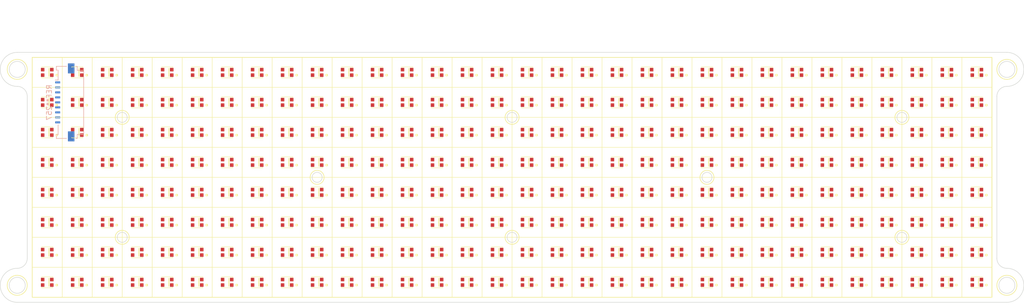
<source format=kicad_pcb>
(kicad_pcb (version 20211014) (generator pcbnew)
  (layers (0 "F.Cu" signal) (31 "B.Cu" signal) (34 "B.Paste" user) (35 "F.Paste" user) (36 "B.SilkS" user "B.Silkscreen") (37 "F.SilkS" user "F.Silkscreen") (38 "B.Mask" user) (39 "F.Mask" user) (44 "Edge.Cuts" user))
  (net 0 "")
  (footprint "clock-library:WS2812C-2020" (layer "F.Cu") (at 84 96)
    (fp_text reference "REF**197" hide)
    (fp_text value "WS2812C-2020")
  )
  (footprint "clock-library:WS2812C-2020" (layer "F.Cu") (at 216 90)
    (fp_text reference "REF**187" hide)
    (fp_text value "WS2812C-2020")
  )
  (footprint "clock-library:WS2812C-2020" (layer "F.Cu") (at 204 66)
    (fp_text reference "REF**57" hide)
    (fp_text value "WS2812C-2020")
  )
  (footprint "clock-library:WS2812C-2020" (layer "F.Cu") (at 138 84)
    (fp_text reference "REF**142" hide)
    (fp_text value "WS2812C-2020")
  )
  (footprint "clock-library:WS2812C-2020" (layer "F.Cu") (at 162 60)
    (fp_text reference "REF**18" hide)
    (fp_text value "WS2812C-2020")
  )
  (footprint "clock-library:WS2812C-2020" (layer "F.Cu") (at 72 96)
    (fp_text reference "REF**195" hide)
    (fp_text value "WS2812C-2020")
  )
  (footprint "clock-library:WS2812C-2020" (layer "F.Cu") (at 156 72)
    (fp_text reference "REF**81" hide)
    (fp_text value "WS2812C-2020")
  )
  (footprint "clock-library:WS2812C-2020" (layer "F.Cu") (at 204 78)
    (fp_text reference "REF**121" hide)
    (fp_text value "WS2812C-2020")
  )
  (footprint "clock-library:WS2812C-2020" (layer "F.Cu") (at 120 66)
    (fp_text reference "REF**43" hide)
    (fp_text value "WS2812C-2020")
  )
  (footprint "clock-library:WS2812C-2020" (layer "F.Cu") (at 198 66)
    (fp_text reference "REF**56" hide)
    (fp_text value "WS2812C-2020")
  )
  (footprint "clock-library:WS2812C-2020" (layer "F.Cu") (at 246 102)
    (fp_text reference "REF**256" hide)
    (fp_text value "WS2812C-2020")
  )
  (footprint "clock-library:WS2812C-2020" (layer "F.Cu") (at 150 78)
    (fp_text reference "REF**112" hide)
    (fp_text value "WS2812C-2020")
  )
  (footprint "clock-library:WS2812C-2020" (layer "F.Cu") (at 66 72)
    (fp_text reference "REF**66" hide)
    (fp_text value "WS2812C-2020")
  )
  (footprint "clock-library:WS2812C-2020" (layer "F.Cu") (at 174 78)
    (fp_text reference "REF**116" hide)
    (fp_text value "WS2812C-2020")
  )
  (footprint "clock-library:WS2812C-2020" (layer "F.Cu") (at 216 84)
    (fp_text reference "REF**155" hide)
    (fp_text value "WS2812C-2020")
  )
  (footprint "clock-library:WS2812C-2020" (layer "F.Cu") (at 168 96)
    (fp_text reference "REF**211" hide)
    (fp_text value "WS2812C-2020")
  )
  (footprint "clock-library:WS2812C-2020" (layer "F.Cu") (at 132 90)
    (fp_text reference "REF**173" hide)
    (fp_text value "WS2812C-2020")
  )
  (footprint "clock-library:WS2812C-2020" (layer "F.Cu") (at 108 84)
    (fp_text reference "REF**137" hide)
    (fp_text value "WS2812C-2020")
  )
  (footprint "clock-library:WS2812C-2020" (layer "F.Cu") (at 192 96)
    (fp_text reference "REF**215" hide)
    (fp_text value "WS2812C-2020")
  )
  (footprint "clock-library:WS2812C-2020" (layer "F.Cu") (at 132 96)
    (fp_text reference "REF**205" hide)
    (fp_text value "WS2812C-2020")
  )
  (footprint "clock-library:WS2812C-2020" (layer "F.Cu") (at 72 90)
    (fp_text reference "REF**163" hide)
    (fp_text value "WS2812C-2020")
  )
  (footprint "clock-library:WS2812C-2020" (layer "F.Cu") (at 114 96)
    (fp_text reference "REF**202" hide)
    (fp_text value "WS2812C-2020")
  )
  (footprint "clock-library:WS2812C-2020" (layer "F.Cu") (at 150 60)
    (fp_text reference "REF**16" hide)
    (fp_text value "WS2812C-2020")
  )
  (footprint "clock-library:WS2812C-2020" (layer "F.Cu") (at 222 72)
    (fp_text reference "REF**92" hide)
    (fp_text value "WS2812C-2020")
  )
  (footprint "clock-library:WS2812C-2020" (layer "F.Cu") (at 186 78)
    (fp_text reference "REF**118" hide)
    (fp_text value "WS2812C-2020")
  )
  (footprint "clock-library:WS2812C-2020" (layer "F.Cu") (at 108 96)
    (fp_text reference "REF**201" hide)
    (fp_text value "WS2812C-2020")
  )
  (footprint "clock-library:WS2812C-2020" (layer "F.Cu") (at 228 60)
    (fp_text reference "REF**29" hide)
    (fp_text value "WS2812C-2020")
  )
  (footprint "clock-library:WS2812C-2020" (layer "F.Cu") (at 66 60)
    (fp_text reference "REF**2" hide)
    (fp_text value "WS2812C-2020")
  )
  (footprint "clock-library:WS2812C-2020" (layer "F.Cu") (at 84 72)
    (fp_text reference "REF**69" hide)
    (fp_text value "WS2812C-2020")
  )
  (footprint "clock-library:WS2812C-2020" (layer "F.Cu") (at 228 102)
    (fp_text reference "REF**253" hide)
    (fp_text value "WS2812C-2020")
  )
  (footprint "clock-library:WS2812C-2020" (layer "F.Cu") (at 234 96)
    (fp_text reference "REF**222" hide)
    (fp_text value "WS2812C-2020")
  )
  (footprint "clock-library:WS2812C-2020" (layer "F.Cu") (at 246 90)
    (fp_text reference "REF**192" hide)
    (fp_text value "WS2812C-2020")
  )
  (footprint "clock-library:WS2812C-2020" (layer "F.Cu") (at 150 66)
    (fp_text reference "REF**48" hide)
    (fp_text value "WS2812C-2020")
  )
  (footprint "clock-library:WS2812C-2020" (layer "F.Cu") (at 228 90)
    (fp_text reference "REF**189" hide)
    (fp_text value "WS2812C-2020")
  )
  (footprint "clock-library:WS2812C-2020" (layer "F.Cu") (at 78 78)
    (fp_text reference "REF**100" hide)
    (fp_text value "WS2812C-2020")
  )
  (footprint "clock-library:WS2812C-2020" (layer "F.Cu") (at 144 90)
    (fp_text reference "REF**175" hide)
    (fp_text value "WS2812C-2020")
  )
  (footprint "clock-library:WS2812C-2020" (layer "F.Cu") (at 102 60)
    (fp_text reference "REF**8" hide)
    (fp_text value "WS2812C-2020")
  )
  (footprint "clock-library:WS2812C-2020" (layer "F.Cu") (at 84 60)
    (fp_text reference "REF**5" hide)
    (fp_text value "WS2812C-2020")
  )
  (footprint "clock-library:WS2812C-2020" (layer "F.Cu") (at 66 90)
    (fp_text reference "REF**162" hide)
    (fp_text value "WS2812C-2020")
  )
  (footprint "clock-library:WS2812C-2020" (layer "F.Cu") (at 78 72)
    (fp_text reference "REF**68" hide)
    (fp_text value "WS2812C-2020")
  )
  (footprint "clock-library:WS2812C-2020" (layer "F.Cu") (at 174 90)
    (fp_text reference "REF**180" hide)
    (fp_text value "WS2812C-2020")
  )
  (footprint "clock-library:WS2812C-2020" (layer "F.Cu") (at 132 66)
    (fp_text reference "REF**45" hide)
    (fp_text value "WS2812C-2020")
  )
  (footprint "clock-library:WS2812C-2020" (layer "F.Cu") (at 216 66)
    (fp_text reference "REF**59" hide)
    (fp_text value "WS2812C-2020")
  )
  (footprint "clock-library:WS2812C-2020" (layer "F.Cu") (at 222 84)
    (fp_text reference "REF**156" hide)
    (fp_text value "WS2812C-2020")
  )
  (footprint "clock-library:WS2812C-2020" (layer "F.Cu") (at 246 78)
    (fp_text reference "REF**128" hide)
    (fp_text value "WS2812C-2020")
  )
  (footprint "clock-library:WS2812C-2020" (layer "F.Cu") (at 144 72)
    (fp_text reference "REF**79" hide)
    (fp_text value "WS2812C-2020")
  )
  (footprint "clock-library:WS2812C-2020" (layer "F.Cu") (at 198 102)
    (fp_text reference "REF**248" hide)
    (fp_text value "WS2812C-2020")
  )
  (footprint "clock-library:WS2812C-2020" (layer "F.Cu") (at 102 96)
    (fp_text reference "REF**200" hide)
    (fp_text value "WS2812C-2020")
  )
  (footprint "clock-library:WS2812C-2020" (layer "F.Cu") (at 150 96)
    (fp_text reference "REF**208" hide)
    (fp_text value "WS2812C-2020")
  )
  (footprint "clock-library:WS2812C-2020" (layer "F.Cu") (at 180 78)
    (fp_text reference "REF**117" hide)
    (fp_text value "WS2812C-2020")
  )
  (footprint "clock-library:WS2812C-2020" (layer "F.Cu") (at 126 72)
    (fp_text reference "REF**76" hide)
    (fp_text value "WS2812C-2020")
  )
  (footprint "clock-library:WS2812C-2020" (layer "F.Cu") (at 222 66)
    (fp_text reference "REF**60" hide)
    (fp_text value "WS2812C-2020")
  )
  (footprint "clock-library:WS2812C-2020" (layer "F.Cu") (at 96 96)
    (fp_text reference "REF**199" hide)
    (fp_text value "WS2812C-2020")
  )
  (footprint "clock-library:WS2812C-2020" (layer "F.Cu") (at 210 66)
    (fp_text reference "REF**58" hide)
    (fp_text value "WS2812C-2020")
  )
  (footprint "clock-library:WS2812C-2020" (layer "F.Cu") (at 210 102)
    (fp_text reference "REF**250" hide)
    (fp_text value "WS2812C-2020")
  )
  (footprint "clock-library:WS2812C-2020" (layer "F.Cu") (at 186 60)
    (fp_text reference "REF**22" hide)
    (fp_text value "WS2812C-2020")
  )
  (footprint "clock-library:WS2812C-2020" (layer "F.Cu") (at 102 90)
    (fp_text reference "REF**168" hide)
    (fp_text value "WS2812C-2020")
  )
  (footprint "clock-library:WS2812C-2020" (layer "F.Cu") (at 174 72)
    (fp_text reference "REF**84" hide)
    (fp_text value "WS2812C-2020")
  )
  (footprint "clock-library:WS2812C-2020" (layer "F.Cu") (at 102 102)
    (fp_text reference "REF**232" hide)
    (fp_text value "WS2812C-2020")
  )
  (footprint "clock-library:WS2812C-2020" (layer "F.Cu") (at 192 72)
    (fp_text reference "REF**87" hide)
    (fp_text value "WS2812C-2020")
  )
  (footprint "clock-library:WS2812C-2020" (layer "F.Cu") (at 138 78)
    (fp_text reference "REF**110" hide)
    (fp_text value "WS2812C-2020")
  )
  (footprint "clock-library:WS2812C-2020" (layer "F.Cu") (at 84 78)
    (fp_text reference "REF**101" hide)
    (fp_text value "WS2812C-2020")
  )
  (footprint "clock-library:WS2812C-2020" (layer "F.Cu") (at 120 78)
    (fp_text reference "REF**107" hide)
    (fp_text value "WS2812C-2020")
  )
  (footprint "clock-library:WS2812C-2020" (layer "F.Cu") (at 162 84)
    (fp_text reference "REF**146" hide)
    (fp_text value "WS2812C-2020")
  )
  (footprint "clock-library:WS2812C-2020" (layer "F.Cu") (at 102 66)
    (fp_text reference "REF**40" hide)
    (fp_text value "WS2812C-2020")
  )
  (footprint "clock-library:WS2812C-2020" (layer "F.Cu") (at 198 72)
    (fp_text reference "REF**88" hide)
    (fp_text value "WS2812C-2020")
  )
  (footprint "clock-library:WS2812C-2020" (layer "F.Cu") (at 108 66)
    (fp_text reference "REF**41" hide)
    (fp_text value "WS2812C-2020")
  )
  (footprint "clock-library:WS2812C-2020" (layer "F.Cu") (at 234 90)
    (fp_text reference "REF**190" hide)
    (fp_text value "WS2812C-2020")
  )
  (footprint "clock-library:WS2812C-2020" (layer "F.Cu") (at 204 90)
    (fp_text reference "REF**185" hide)
    (fp_text value "WS2812C-2020")
  )
  (footprint "clock-library:WS2812C-2020" (layer "F.Cu") (at 174 84)
    (fp_text reference "REF**148" hide)
    (fp_text value "WS2812C-2020")
  )
  (footprint "clock-library:WS2812C-2020" (layer "F.Cu") (at 60 66)
    (fp_text reference "REF**33" hide)
    (fp_text value "WS2812C-2020")
  )
  (footprint "clock-library:WS2812C-2020" (layer "F.Cu") (at 168 60)
    (fp_text reference "REF**19" hide)
    (fp_text value "WS2812C-2020")
  )
  (footprint "clock-library:WS2812C-2020" (layer "F.Cu") (at 66 102)
    (fp_text reference "REF**226" hide)
    (fp_text value "WS2812C-2020")
  )
  (footprint "clock-library:WS2812C-2020" (layer "F.Cu") (at 156 102)
    (fp_text reference "REF**241" hide)
    (fp_text value "WS2812C-2020")
  )
  (footprint "clock-library:WS2812C-2020" (layer "F.Cu") (at 138 72)
    (fp_text reference "REF**78" hide)
    (fp_text value "WS2812C-2020")
  )
  (footprint "clock-library:WS2812C-2020" (layer "F.Cu") (at 210 60)
    (fp_text reference "REF**26" hide)
    (fp_text value "WS2812C-2020")
  )
  (footprint "clock-library:WS2812C-2020" (layer "F.Cu") (at 180 96)
    (fp_text reference "REF**213" hide)
    (fp_text value "WS2812C-2020")
  )
  (footprint "clock-library:WS2812C-2020" (layer "F.Cu") (at 138 90)
    (fp_text reference "REF**174" hide)
    (fp_text value "WS2812C-2020")
  )
  (footprint "clock-library:WS2812C-2020" (layer "F.Cu") (at 66 84)
    (fp_text reference "REF**130" hide)
    (fp_text value "WS2812C-2020")
  )
  (footprint "clock-library:WS2812C-2020" (layer "F.Cu") (at 126 60)
    (fp_text reference "REF**12" hide)
    (fp_text value "WS2812C-2020")
  )
  (footprint "clock-library:WS2812C-2020" (layer "F.Cu") (at 222 60)
    (fp_text reference "REF**28" hide)
    (fp_text value "WS2812C-2020")
  )
  (footprint "clock-library:WS2812C-2020" (layer "F.Cu") (at 114 60)
    (fp_text reference "REF**10" hide)
    (fp_text value "WS2812C-2020")
  )
  (footprint "clock-library:WS2812C-2020" (layer "F.Cu") (at 198 96)
    (fp_text reference "REF**216" hide)
    (fp_text value "WS2812C-2020")
  )
  (footprint "clock-library:WS2812C-2020" (layer "F.Cu") (at 156 90)
    (fp_text reference "REF**177" hide)
    (fp_text value "WS2812C-2020")
  )
  (footprint "clock-library:WS2812C-2020" (layer "F.Cu") (at 84 102)
    (fp_text reference "REF**229" hide)
    (fp_text value "WS2812C-2020")
  )
  (footprint "clock-library:WS2812C-2020" (layer "F.Cu") (at 246 60)
    (fp_text reference "REF**32" hide)
    (fp_text value "WS2812C-2020")
  )
  (footprint "clock-library:WS2812C-2020" (layer "F.Cu") (at 138 102)
    (fp_text reference "REF**238" hide)
    (fp_text value "WS2812C-2020")
  )
  (footprint "clock-library:WS2812C-2020" (layer "F.Cu") (at 108 78)
    (fp_text reference "REF**105" hide)
    (fp_text value "WS2812C-2020")
  )
  (footprint "clock-library:WS2812C-2020" (layer "F.Cu") (at 198 60)
    (fp_text reference "REF**24" hide)
    (fp_text value "WS2812C-2020")
  )
  (footprint "clock-library:WS2812C-2020" (layer "F.Cu") (at 180 72)
    (fp_text reference "REF**85" hide)
    (fp_text value "WS2812C-2020")
  )
  (footprint "clock-library:WS2812C-2020" (layer "F.Cu") (at 228 84)
    (fp_text reference "REF**157" hide)
    (fp_text value "WS2812C-2020")
  )
  (footprint "clock-library:WS2812C-2020" (layer "F.Cu") (at 72 78)
    (fp_text reference "REF**99" hide)
    (fp_text value "WS2812C-2020")
  )
  (footprint "clock-library:WS2812C-2020" (layer "F.Cu") (at 96 102)
    (fp_text reference "REF**231" hide)
    (fp_text value "WS2812C-2020")
  )
  (footprint "clock-library:WS2812C-2020" (layer "F.Cu") (at 186 72)
    (fp_text reference "REF**86" hide)
    (fp_text value "WS2812C-2020")
  )
  (footprint "clock-library:WS2812C-2020" (layer "F.Cu") (at 96 72)
    (fp_text reference "REF**71" hide)
    (fp_text value "WS2812C-2020")
  )
  (footprint "clock-library:WS2812C-2020" (layer "F.Cu") (at 114 78)
    (fp_text reference "REF**106" hide)
    (fp_text value "WS2812C-2020")
  )
  (footprint "clock-library:WS2812C-2020" (layer "F.Cu") (at 204 102)
    (fp_text reference "REF**249" hide)
    (fp_text value "WS2812C-2020")
  )
  (footprint "clock-library:WS2812C-2020" (layer "F.Cu") (at 84 84)
    (fp_text reference "REF**133" hide)
    (fp_text value "WS2812C-2020")
  )
  (footprint "clock-library:WS2812C-2020" (layer "F.Cu") (at 114 90)
    (fp_text reference "REF**170" hide)
    (fp_text value "WS2812C-2020")
  )
  (footprint "clock-library:WS2812C-2020" (layer "F.Cu") (at 168 66)
    (fp_text reference "REF**51" hide)
    (fp_text value "WS2812C-2020")
  )
  (footprint "clock-library:WS2812C-2020" (layer "F.Cu") (at 120 90)
    (fp_text reference "REF**171" hide)
    (fp_text value "WS2812C-2020")
  )
  (footprint "clock-library:WS2812C-2020" (layer "F.Cu") (at 210 96)
    (fp_text reference "REF**218" hide)
    (fp_text value "WS2812C-2020")
  )
  (footprint "clock-library:WS2812C-2020" (layer "F.Cu") (at 144 102)
    (fp_text reference "REF**239" hide)
    (fp_text value "WS2812C-2020")
  )
  (footprint "clock-library:WS2812C-2020" (layer "F.Cu") (at 186 96)
    (fp_text reference "REF**214" hide)
    (fp_text value "WS2812C-2020")
  )
  (footprint "clock-library:WS2812C-2020" (layer "F.Cu") (at 96 60)
    (fp_text reference "REF**7" hide)
    (fp_text value "WS2812C-2020")
  )
  (footprint "clock-library:WS2812C-2020" (layer "F.Cu") (at 174 96)
    (fp_text reference "REF**212" hide)
    (fp_text value "WS2812C-2020")
  )
  (footprint "clock-library:WS2812C-2020" (layer "F.Cu") (at 216 78)
    (fp_text reference "REF**123" hide)
    (fp_text value "WS2812C-2020")
  )
  (footprint "clock-library:WS2812C-2020" (layer "F.Cu") (at 168 78)
    (fp_text reference "REF**115" hide)
    (fp_text value "WS2812C-2020")
  )
  (footprint "clock-library:WS2812C-2020" (layer "F.Cu") (at 216 96)
    (fp_text reference "REF**219" hide)
    (fp_text value "WS2812C-2020")
  )
  (footprint "clock-library:WS2812C-2020" (layer "F.Cu") (at 210 78)
    (fp_text reference "REF**122" hide)
    (fp_text value "WS2812C-2020")
  )
  (footprint "clock-library:WS2812C-2020" (layer "F.Cu") (at 144 78)
    (fp_text reference "REF**111" hide)
    (fp_text value "WS2812C-2020")
  )
  (footprint "clock-library:WS2812C-2020" (layer "F.Cu") (at 210 84)
    (fp_text reference "REF**154" hide)
    (fp_text value "WS2812C-2020")
  )
  (footprint "clock-library:WS2812C-2020" (layer "F.Cu") (at 246 72)
    (fp_text reference "REF**96" hide)
    (fp_text value "WS2812C-2020")
  )
  (footprint "clock-library:WS2812C-2020" (layer "F.Cu") (at 234 60)
    (fp_text reference "REF**30" hide)
    (fp_text value "WS2812C-2020")
  )
  (footprint "clock-library:WS2812C-2020" (layer "F.Cu") (at 222 90)
    (fp_text reference "REF**188" hide)
    (fp_text value "WS2812C-2020")
  )
  (footprint "clock-library:WS2812C-2020" (layer "F.Cu") (at 156 66)
    (fp_text reference "REF**49" hide)
    (fp_text value "WS2812C-2020")
  )
  (footprint "clock-library:WS2812C-2020" (layer "F.Cu") (at 174 66)
    (fp_text reference "REF**52" hide)
    (fp_text value "WS2812C-2020")
  )
  (footprint "clock-library:WS2812C-2020" (layer "F.Cu") (at 228 66)
    (fp_text reference "REF**61" hide)
    (fp_text value "WS2812C-2020")
  )
  (footprint "clock-library:WS2812C-2020" (layer "F.Cu") (at 198 78)
    (fp_text reference "REF**120" hide)
    (fp_text value "WS2812C-2020")
  )
  (footprint "clock-library:WS2812C-2020" (layer "F.Cu") (at 198 84)
    (fp_text reference "REF**152" hide)
    (fp_text value "WS2812C-2020")
  )
  (footprint "clock-library:WS2812C-2020" (layer "F.Cu") (at 84 90)
    (fp_text reference "REF**165" hide)
    (fp_text value "WS2812C-2020")
  )
  (footprint "clock-library:WS2812C-2020" (layer "F.Cu") (at 78 84)
    (fp_text reference "REF**132" hide)
    (fp_text value "WS2812C-2020")
  )
  (footprint "clock-library:WS2812C-2020" (layer "F.Cu") (at 150 102)
    (fp_text reference "REF**240" hide)
    (fp_text value "WS2812C-2020")
  )
  (footprint "clock-library:WS2812C-2020" (layer "F.Cu") (at 132 72)
    (fp_text reference "REF**77" hide)
    (fp_text value "WS2812C-2020")
  )
  (footprint "clock-library:WS2812C-2020" (layer "F.Cu") (at 132 78)
    (fp_text reference "REF**109" hide)
    (fp_text value "WS2812C-2020")
  )
  (footprint "clock-library:WS2812C-2020" (layer "F.Cu") (at 150 84)
    (fp_text reference "REF**144" hide)
    (fp_text value "WS2812C-2020")
  )
  (footprint "clock-library:WS2812C-2020" (layer "F.Cu") (at 138 96)
    (fp_text reference "REF**206" hide)
    (fp_text value "WS2812C-2020")
  )
  (footprint "clock-library:WS2812C-2020" (layer "F.Cu") (at 162 102)
    (fp_text reference "REF**242" hide)
    (fp_text value "WS2812C-2020")
  )
  (footprint "clock-library:WS2812C-2020" (layer "F.Cu") (at 78 90)
    (fp_text reference "REF**164" hide)
    (fp_text value "WS2812C-2020")
  )
  (footprint "clock-library:WS2812C-2020" (layer "F.Cu") (at 120 102)
    (fp_text reference "REF**235" hide)
    (fp_text value "WS2812C-2020")
  )
  (footprint "clock-library:WS2812C-2020" (layer "F.Cu") (at 126 90)
    (fp_text reference "REF**172" hide)
    (fp_text value "WS2812C-2020")
  )
  (footprint "clock-library:WS2812C-2020" (layer "F.Cu") (at 180 102)
    (fp_text reference "REF**245" hide)
    (fp_text value "WS2812C-2020")
  )
  (footprint "clock-library:WS2812C-2020" (layer "F.Cu") (at 126 84)
    (fp_text reference "REF**140" hide)
    (fp_text value "WS2812C-2020")
  )
  (footprint "clock-library:WS2812C-2020" (layer "F.Cu") (at 192 84)
    (fp_text reference "REF**151" hide)
    (fp_text value "WS2812C-2020")
  )
  (footprint "clock-library:WS2812C-2020" (layer "F.Cu") (at 96 90)
    (fp_text reference "REF**167" hide)
    (fp_text value "WS2812C-2020")
  )
  (footprint "clock-library:WS2812C-2020" (layer "F.Cu") (at 180 66)
    (fp_text reference "REF**53" hide)
    (fp_text value "WS2812C-2020")
  )
  (footprint "clock-library:WS2812C-2020" (layer "F.Cu") (at 222 78)
    (fp_text reference "REF**124" hide)
    (fp_text value "WS2812C-2020")
  )
  (footprint "clock-library:WS2812C-2020" (layer "F.Cu") (at 60 84)
    (fp_text reference "REF**129" hide)
    (fp_text value "WS2812C-2020")
  )
  (footprint "clock-library:WS2812C-2020" (layer "F.Cu") (at 114 102)
    (fp_text reference "REF**234" hide)
    (fp_text value "WS2812C-2020")
  )
  (footprint "clock-library:WS2812C-2020" (layer "F.Cu") (at 78 96)
    (fp_text reference "REF**196" hide)
    (fp_text value "WS2812C-2020")
  )
  (footprint "clock-library:WS2812C-2020" (layer "F.Cu") (at 222 102)
    (fp_text reference "REF**252" hide)
    (fp_text value "WS2812C-2020")
  )
  (footprint "clock-library:WS2812C-2020" (layer "F.Cu") (at 108 102)
    (fp_text reference "REF**233" hide)
    (fp_text value "WS2812C-2020")
  )
  (footprint "clock-library:WS2812C-2020" (layer "F.Cu") (at 66 78)
    (fp_text reference "REF**98" hide)
    (fp_text value "WS2812C-2020")
  )
  (footprint "clock-library:WS2812C-2020" (layer "F.Cu") (at 186 84)
    (fp_text reference "REF**150" hide)
    (fp_text value "WS2812C-2020")
  )
  (footprint "clock-library:WS2812C-2020" (layer "F.Cu") (at 108 90)
    (fp_text reference "REF**169" hide)
    (fp_text value "WS2812C-2020")
  )
  (footprint "clock-library:WS2812C-2020" (layer "F.Cu") (at 72 72)
    (fp_text reference "REF**67" hide)
    (fp_text value "WS2812C-2020")
  )
  (footprint "clock-library:WS2812C-2020" (layer "F.Cu") (at 144 84)
    (fp_text reference "REF**143" hide)
    (fp_text value "WS2812C-2020")
  )
  (footprint "clock-library:WS2812C-2020" (layer "F.Cu") (at 192 60)
    (fp_text reference "REF**23" hide)
    (fp_text value "WS2812C-2020")
  )
  (footprint "clock-library:WS2812C-2020" (layer "F.Cu") (at 204 96)
    (fp_text reference "REF**217" hide)
    (fp_text value "WS2812C-2020")
  )
  (footprint "clock-library:WS2812C-2020" (layer "F.Cu") (at 120 96)
    (fp_text reference "REF**203" hide)
    (fp_text value "WS2812C-2020")
  )
  (footprint "clock-library:WS2812C-2020" (layer "F.Cu") (at 180 60)
    (fp_text reference "REF**21" hide)
    (fp_text value "WS2812C-2020")
  )
  (footprint "clock-library:WS2812C-2020" (layer "F.Cu") (at 246 84)
    (fp_text reference "REF**160" hide)
    (fp_text value "WS2812C-2020")
  )
  (footprint "clock-library:WS2812C-2020" (layer "F.Cu") (at 168 102)
    (fp_text reference "REF**243" hide)
    (fp_text value "WS2812C-2020")
  )
  (footprint "clock-library:WS2812C-2020" (layer "F.Cu") (at 90 102)
    (fp_text reference "REF**230" hide)
    (fp_text value "WS2812C-2020")
  )
  (footprint "clock-library:WS2812C-2020" (layer "F.Cu") (at 132 102)
    (fp_text reference "REF**237" hide)
    (fp_text value "WS2812C-2020")
  )
  (footprint "clock-library:WS2812C-2020" (layer "F.Cu") (at 132 60)
    (fp_text reference "REF**13" hide)
    (fp_text value "WS2812C-2020")
  )
  (footprint "clock-library:WS2812C-2020" (layer "F.Cu") (at 228 96)
    (fp_text reference "REF**221" hide)
    (fp_text value "WS2812C-2020")
  )
  (footprint "clock-library:WS2812C-2020" (layer "F.Cu") (at 90 96)
    (fp_text reference "REF**198" hide)
    (fp_text value "WS2812C-2020")
  )
  (footprint "clock-library:WS2812C-2020" (layer "F.Cu") (at 150 72)
    (fp_text reference "REF**80" hide)
    (fp_text value "WS2812C-2020")
  )
  (footprint "clock-library:WS2812C-2020" (layer "F.Cu") (at 108 72)
    (fp_text reference "REF**73" hide)
    (fp_text value "WS2812C-2020")
  )
  (footprint "clock-library:WS2812C-2020" (layer "F.Cu") (at 60 60)
    (fp_text reference "REF**1" hide)
    (fp_text value "WS2812C-2020")
  )
  (footprint "clock-library:WS2812C-2020" (layer "F.Cu") (at 168 72)
    (fp_text reference "REF**83" hide)
    (fp_text value "WS2812C-2020")
  )
  (footprint "clock-library:WS2812C-2020" (layer "F.Cu") (at 120 72)
    (fp_text reference "REF**75" hide)
    (fp_text value "WS2812C-2020")
  )
  (footprint "clock-library:WS2812C-2020" (layer "F.Cu") (at 60 78)
    (fp_text reference "REF**97" hide)
    (fp_text value "WS2812C-2020")
  )
  (footprint "clock-library:WS2812C-2020" (layer "F.Cu") (at 60 102)
    (fp_text reference "REF**225" hide)
    (fp_text value "WS2812C-2020")
  )
  (footprint "clock-library:WS2812C-2020" (layer "F.Cu") (at 90 60)
    (fp_text reference "REF**6" hide)
    (fp_text value "WS2812C-2020")
  )
  (footprint "clock-library:WS2812C-2020" (layer "F.Cu") (at 240 72)
    (fp_text reference "REF**95" hide)
    (fp_text value "WS2812C-2020")
  )
  (footprint "clock-library:WS2812C-2020" (layer "F.Cu") (at 234 66)
    (fp_text reference "REF**62" hide)
    (fp_text value "WS2812C-2020")
  )
  (footprint "clock-library:WS2812C-2020" (layer "F.Cu") (at 156 78)
    (fp_text reference "REF**113" hide)
    (fp_text value "WS2812C-2020")
  )
  (footprint "clock-library:WS2812C-2020" (layer "F.Cu") (at 72 60)
    (fp_text reference "REF**3" hide)
    (fp_text value "WS2812C-2020")
  )
  (footprint "clock-library:WS2812C-2020" (layer "F.Cu") (at 168 90)
    (fp_text reference "REF**179" hide)
    (fp_text value "WS2812C-2020")
  )
  (footprint "clock-library:WS2812C-2020" (layer "F.Cu") (at 192 66)
    (fp_text reference "REF**55" hide)
    (fp_text value "WS2812C-2020")
  )
  (footprint "clock-library:WS2812C-2020" (layer "F.Cu") (at 204 84)
    (fp_text reference "REF**153" hide)
    (fp_text value "WS2812C-2020")
  )
  (footprint "clock-library:WS2812C-2020" (layer "F.Cu") (at 90 84)
    (fp_text reference "REF**134" hide)
    (fp_text value "WS2812C-2020")
  )
  (footprint "clock-library:WS2812C-2020" (layer "F.Cu") (at 186 90)
    (fp_text reference "REF**182" hide)
    (fp_text value "WS2812C-2020")
  )
  (footprint "clock-library:WS2812C-2020" (layer "F.Cu") (at 222 96)
    (fp_text reference "REF**220" hide)
    (fp_text value "WS2812C-2020")
  )
  (footprint "clock-library:WS2812C-2020" (layer "F.Cu") (at 132 84)
    (fp_text reference "REF**141" hide)
    (fp_text value "WS2812C-2020")
  )
  (footprint "clock-library:WS2812C-2020" (layer "F.Cu") (at 240 90)
    (fp_text reference "REF**191" hide)
    (fp_text value "WS2812C-2020")
  )
  (footprint "clock-library:WS2812C-2020" (layer "F.Cu") (at 240 102)
    (fp_text reference "REF**255" hide)
    (fp_text value "WS2812C-2020")
  )
  (footprint "clock-library:WS2812C-2020" (layer "F.Cu") (at 246 66)
    (fp_text reference "REF**64" hide)
    (fp_text value "WS2812C-2020")
  )
  (footprint "clock-library:WS2812C-2020" (layer "F.Cu") (at 126 66)
    (fp_text reference "REF**44" hide)
    (fp_text value "WS2812C-2020")
  )
  (footprint "clock-library:WS2812C-2020" (layer "F.Cu") (at 192 78)
    (fp_text reference "REF**119" hide)
    (fp_text value "WS2812C-2020")
  )
  (footprint "clock-library:WS2812C-2020" (layer "F.Cu") (at 96 78)
    (fp_text reference "REF**103" hide)
    (fp_text value "WS2812C-2020")
  )
  (footprint "clock-library:WS2812C-2020" (layer "F.Cu") (at 60 96)
    (fp_text reference "REF**193" hide)
    (fp_text value "WS2812C-2020")
  )
  (footprint "clock-library:WS2812C-2020" (layer "F.Cu") (at 210 72)
    (fp_text reference "REF**90" hide)
    (fp_text value "WS2812C-2020")
  )
  (footprint "clock-library:WS2812C-2020" (layer "F.Cu") (at 180 90)
    (fp_text reference "REF**181" hide)
    (fp_text value "WS2812C-2020")
  )
  (footprint "clock-library:WS2812C-2020" (layer "F.Cu") (at 180 84)
    (fp_text reference "REF**149" hide)
    (fp_text value "WS2812C-2020")
  )
  (footprint "clock-library:WS2812C-2020" (layer "F.Cu") (at 126 78)
    (fp_text reference "REF**108" hide)
    (fp_text value "WS2812C-2020")
  )
  (footprint "clock-library:WS2812C-2020" (layer "F.Cu") (at 162 78)
    (fp_text reference "REF**114" hide)
    (fp_text value "WS2812C-2020")
  )
  (footprint "clock-library:WS2812C-2020" (layer "F.Cu") (at 192 102)
    (fp_text reference "REF**247" hide)
    (fp_text value "WS2812C-2020")
  )
  (footprint "clock-library:WS2812C-2020" (layer "F.Cu") (at 168 84)
    (fp_text reference "REF**147" hide)
    (fp_text value "WS2812C-2020")
  )
  (footprint "clock-library:WS2812C-2020" (layer "F.Cu") (at 72 66)
    (fp_text reference "REF**35" hide)
    (fp_text value "WS2812C-2020")
  )
  (footprint "clock-library:WS2812C-2020" (layer "F.Cu") (at 186 102)
    (fp_text reference "REF**246" hide)
    (fp_text value "WS2812C-2020")
  )
  (footprint "clock-library:WS2812C-2020" (layer "F.Cu") (at 66 66)
    (fp_text reference "REF**34" hide)
    (fp_text value "WS2812C-2020")
  )
  (footprint "clock-library:WS2812C-2020" (layer "F.Cu") (at 144 96)
    (fp_text reference "REF**207" hide)
    (fp_text value "WS2812C-2020")
  )
  (footprint "clock-library:WS2812C-2020" (layer "F.Cu") (at 162 66)
    (fp_text reference "REF**50" hide)
    (fp_text value "WS2812C-2020")
  )
  (footprint "clock-library:WS2812C-2020" (layer "F.Cu") (at 102 72)
    (fp_text reference "REF**72" hide)
    (fp_text value "WS2812C-2020")
  )
  (footprint "clock-library:WS2812C-2020" (layer "F.Cu") (at 60 72)
    (fp_text reference "REF**65" hide)
    (fp_text value "WS2812C-2020")
  )
  (footprint "clock-library:WS2812C-2020" (layer "F.Cu") (at 192 90)
    (fp_text reference "REF**183" hide)
    (fp_text value "WS2812C-2020")
  )
  (footprint "clock-library:WS2812C-2020" (layer "F.Cu") (at 156 60)
    (fp_text reference "REF**17" hide)
    (fp_text value "WS2812C-2020")
  )
  (footprint "clock-library:WS2812C-2020" (layer "F.Cu") (at 90 72)
    (fp_text reference "REF**70" hide)
    (fp_text value "WS2812C-2020")
  )
  (footprint "clock-library:WS2812C-2020" (layer "F.Cu") (at 240 78)
    (fp_text reference "REF**127" hide)
    (fp_text value "WS2812C-2020")
  )
  (footprint "clock-library:WS2812C-2020" (layer "F.Cu") (at 174 60)
    (fp_text reference "REF**20" hide)
    (fp_text value "WS2812C-2020")
  )
  (footprint "clock-library:WS2812C-2020" (layer "F.Cu") (at 144 66)
    (fp_text reference "REF**47" hide)
    (fp_text value "WS2812C-2020")
  )
  (footprint "clock-library:WS2812C-2020" (layer "F.Cu") (at 108 60)
    (fp_text reference "REF**9" hide)
    (fp_text value "WS2812C-2020")
  )
  (footprint "clock-library:WS2812C-2020" (layer "F.Cu") (at 120 60)
    (fp_text reference "REF**11" hide)
    (fp_text value "WS2812C-2020")
  )
  (footprint "clock-library:WS2812C-2020" (layer "F.Cu") (at 234 72)
    (fp_text reference "REF**94" hide)
    (fp_text value "WS2812C-2020")
  )
  (footprint "clock-library:WS2812C-2020" (layer "F.Cu") (at 78 60)
    (fp_text reference "REF**4" hide)
    (fp_text value "WS2812C-2020")
  )
  (footprint "clock-library:WS2812C-2020" (layer "F.Cu") (at 138 66)
    (fp_text reference "REF**46" hide)
    (fp_text value "WS2812C-2020")
  )
  (footprint "clock-library:WS2812C-2020" (layer "F.Cu") (at 84 66)
    (fp_text reference "REF**37" hide)
    (fp_text value "WS2812C-2020")
  )
  (footprint "clock-library:WS2812C-2020" (layer "F.Cu") (at 72 102)
    (fp_text reference "REF**227" hide)
    (fp_text value "WS2812C-2020")
  )
  (footprint "clock-library:WS2812C-2020" (layer "F.Cu") (at 156 96)
    (fp_text reference "REF**209" hide)
    (fp_text value "WS2812C-2020")
  )
  (footprint "clock-library:WS2812C-2020" (layer "F.Cu") (at 90 66)
    (fp_text reference "REF**38" hide)
    (fp_text value "WS2812C-2020")
  )
  (footprint "clock-library:WS2812C-2020" (layer "F.Cu") (at 234 102)
    (fp_text reference "REF**254" hide)
    (fp_text value "WS2812C-2020")
  )
  (footprint "clock-library:WS2812C-2020" (layer "F.Cu") (at 216 60)
    (fp_text reference "REF**27" hide)
    (fp_text value "WS2812C-2020")
  )
  (footprint "clock-library:WS2812C-2020" (layer "F.Cu") (at 216 102)
    (fp_text reference "REF**251" hide)
    (fp_text value "WS2812C-2020")
  )
  (footprint "clock-library:WS2812C-2020" (layer "F.Cu") (at 174 102)
    (fp_text reference "REF**244" hide)
    (fp_text value "WS2812C-2020")
  )
  (footprint "clock-library:WS2812C-2020" (layer "F.Cu") (at 60 90)
    (fp_text reference "REF**161" hide)
    (fp_text value "WS2812C-2020")
  )
  (footprint "clock-library:WS2812C-2020" (layer "F.Cu") (at 150 90)
    (fp_text reference "REF**176" hide)
    (fp_text value "WS2812C-2020")
  )
  (footprint "clock-library:WS2812C-2020" (layer "F.Cu") (at 156 84)
    (fp_text reference "REF**145" hide)
    (fp_text value "WS2812C-2020")
  )
  (footprint "clock-library:WS2812C-2020" (layer "F.Cu") (at 240 96)
    (fp_text reference "REF**223" hide)
    (fp_text value "WS2812C-2020")
  )
  (footprint "clock-library:WS2812C-2020" (layer "F.Cu") (at 66 96)
    (fp_text reference "REF**194" hide)
    (fp_text value "WS2812C-2020")
  )
  (footprint "clock-library:WS2812C-2020" (layer "F.Cu") (at 240 66)
    (fp_text reference "REF**63" hide)
    (fp_text value "WS2812C-2020")
  )
  (footprint "clock-library:WS2812C-2020" (layer "F.Cu") (at 162 90)
    (fp_text reference "REF**178" hide)
    (fp_text value "WS2812C-2020")
  )
  (footprint "clock-library:WS2812C-2020" (layer "F.Cu") (at 186 66)
    (fp_text reference "REF**54" hide)
    (fp_text value "WS2812C-2020")
  )
  (footprint "clock-library:WS2812C-2020" (layer "F.Cu") (at 96 66)
    (fp_text reference "REF**39" hide)
    (fp_text value "WS2812C-2020")
  )
  (footprint "clock-library:WS2812C-2020" (layer "F.Cu") (at 138 60)
    (fp_text reference "REF**14" hide)
    (fp_text value "WS2812C-2020")
  )
  (footprint "clock-library:WS2812C-2020" (layer "F.Cu") (at 228 72)
    (fp_text reference "REF**93" hide)
    (fp_text value "WS2812C-2020")
  )
  (footprint "clock-library:WS2812C-2020" (layer "F.Cu") (at 120 84)
    (fp_text reference "REF**139" hide)
    (fp_text value "WS2812C-2020")
  )
  (footprint "clock-library:WS2812C-2020" (layer "F.Cu") (at 240 84)
    (fp_text reference "REF**159" hide)
    (fp_text value "WS2812C-2020")
  )
  (footprint "clock-library:WS2812C-2020" (layer "F.Cu") (at 72 84)
    (fp_text reference "REF**131" hide)
    (fp_text value "WS2812C-2020")
  )
  (footprint "clock-library:WS2812C-2020" (layer "F.Cu") (at 102 78)
    (fp_text reference "REF**104" hide)
    (fp_text value "WS2812C-2020")
  )
  (footprint "clock-library:WS2812C-2020" (layer "F.Cu") (at 144 60)
    (fp_text reference "REF**15" hide)
    (fp_text value "WS2812C-2020")
  )
  (footprint "clock-library:WS2812C-2020" (layer "F.Cu") (at 162 96)
    (fp_text reference "REF**210" hide)
    (fp_text value "WS2812C-2020")
  )
  (footprint "clock-library:WS2812C-2020" (layer "F.Cu") (at 96 84)
    (fp_text reference "REF**135" hide)
    (fp_text value "WS2812C-2020")
  )
  (footprint "clock-library:WS2812C-2020" (layer "F.Cu") (at 204 72)
    (fp_text reference "REF**89" hide)
    (fp_text value "WS2812C-2020")
  )
  (footprint "clock-library:WS2812C-2020" (layer "F.Cu") (at 240 60)
    (fp_text reference "REF**31" hide)
    (fp_text value "WS2812C-2020")
  )
  (footprint "clock-library:WS2812C-2020" (layer "F.Cu") (at 114 66)
    (fp_text reference "REF**42" hide)
    (fp_text value "WS2812C-2020")
  )
  (footprint "clock-library:WS2812C-2020" (layer "F.Cu") (at 204 60)
    (fp_text reference "REF**25" hide)
    (fp_text value "WS2812C-2020")
  )
  (footprint "clock-library:WS2812C-2020" (layer "F.Cu") (at 210 90)
    (fp_text reference "REF**186" hide)
    (fp_text value "WS2812C-2020")
  )
  (footprint "clock-library:WS2812C-2020" (layer "F.Cu") (at 78 102)
    (fp_text reference "REF**228" hide)
    (fp_text value "WS2812C-2020")
  )
  (footprint "clock-library:WS2812C-2020" (layer "F.Cu") (at 198 90)
    (fp_text reference "REF**184" hide)
    (fp_text value "WS2812C-2020")
  )
  (footprint "clock-library:WS2812C-2020" (layer "F.Cu") (at 216 72)
    (fp_text reference "REF**91" hide)
    (fp_text value "WS2812C-2020")
  )
  (footprint "clock-library:WS2812C-2020" (layer "F.Cu") (at 78 66)
    (fp_text reference "REF**36" hide)
    (fp_text value "WS2812C-2020")
  )
  (footprint "clock-library:WS2812C-2020" (layer "F.Cu") (at 102 84)
    (fp_text reference "REF**136" hide)
    (fp_text value "WS2812C-2020")
  )
  (footprint "clock-library:WS2812C-2020" (layer "F.Cu") (at 126 102)
    (fp_text reference "REF**236" hide)
    (fp_text value "WS2812C-2020")
  )
  (footprint "clock-library:WS2812C-2020" (layer "F.Cu") (at 246 96)
    (fp_text reference "REF**224" hide)
    (fp_text value "WS2812C-2020")
  )
  (footprint "clock-library:WS2812C-2020" (layer "F.Cu") (at 90 78)
    (fp_text reference "REF**102" hide)
    (fp_text value "WS2812C-2020")
  )
  (footprint "clock-library:WS2812C-2020" (layer "F.Cu") (at 114 72)
    (fp_text reference "REF**74" hide)
    (fp_text value "WS2812C-2020")
  )
  (footprint "clock-library:WS2812C-2020" (layer "F.Cu") (at 228 78)
    (fp_text reference "REF**125" hide)
    (fp_text value "WS2812C-2020")
  )
  (footprint "clock-library:WS2812C-2020" (layer "F.Cu") (at 234 78)
    (fp_text reference "REF**126" hide)
    (fp_text value "WS2812C-2020")
  )
  (footprint "clock-library:WS2812C-2020" (layer "F.Cu") (at 90 90)
    (fp_text reference "REF**166" hide)
    (fp_text value "WS2812C-2020")
  )
  (footprint "clock-library:WS2812C-2020" (layer "F.Cu") (at 162 72)
    (fp_text reference "REF**82" hide)
    (fp_text value "WS2812C-2020")
  )
  (footprint "clock-library:WS2812C-2020" (layer "F.Cu") (at 126 96)
    (fp_text reference "REF**204" hide)
    (fp_text value "WS2812C-2020")
  )
  (footprint "clock-library:WS2812C-2020" (layer "F.Cu") (at 234 84)
    (fp_text reference "REF**158" hide)
    (fp_text value "WS2812C-2020")
  )
  (footprint "clock-library:WS2812C-2020" (layer "F.Cu") (at 114 84)
    (fp_text reference "REF**138" hide)
    (fp_text value "WS2812C-2020")
  )
  (footprint "Connector_FFC-FPC:Molex_200528-0090_1x09-1MP_P1.00mm_Horizontal" (layer "B.Cu") (at 63 66 -90)
    (fp_text reference "REF**257")
    (fp_text value "Molex_200528-0090_1x09-1MP_P1.00mm_Horizontal")
  )
  (gr_line (start 81 57) (end 81 105) (layer "F.SilkS") (width 0.1))
  (gr_line (start 135 57) (end 135 105) (layer "F.SilkS") (width 0.1))
  (gr_circle (center 231 69) (end 232.4 69) (layer "F.SilkS") (width 0.15) (fill none))
  (gr_line (start 129 57) (end 129 105) (layer "F.SilkS") (width 0.1))
  (gr_line (start 237 57) (end 237 105) (layer "F.SilkS") (width 0.1))
  (gr_line (start 111 57) (end 111 105) (layer "F.SilkS") (width 0.1))
  (gr_circle (center 252 59.4) (end 250.4 60.6) (layer "F.SilkS") (width 0.15) (fill none))
  (gr_circle (center 114 81) (end 115.4 81) (layer "F.SilkS") (width 0.15) (fill none))
  (gr_line (start 219 57) (end 219 105) (layer "F.SilkS") (width 0.1))
  (gr_circle (center 252 102.6) (end 250.4 103.8) (layer "F.SilkS") (width 0.15) (fill none))
  (gr_line (start 141 57) (end 141 105) (layer "F.SilkS") (width 0.1))
  (gr_line (start 159 57) (end 159 105) (layer "F.SilkS") (width 0.1))
  (gr_line (start 57 69) (end 249 69) (layer "F.SilkS") (width 0.1))
  (gr_line (start 231 57) (end 231 105) (layer "F.SilkS") (width 0.1))
  (gr_line (start 93 57) (end 93 105) (layer "F.SilkS") (width 0.1))
  (gr_line (start 153 57) (end 153 105) (layer "F.SilkS") (width 0.1))
  (gr_line (start 57 81) (end 249 81) (layer "F.SilkS") (width 0.1))
  (gr_line (start 195 57) (end 195 105) (layer "F.SilkS") (width 0.1))
  (gr_line (start 63 57) (end 63 105) (layer "F.SilkS") (width 0.1))
  (gr_line (start 57 63) (end 249 63) (layer "F.SilkS") (width 0.1))
  (gr_circle (center 192 81) (end 193.4 81) (layer "F.SilkS") (width 0.15) (fill none))
  (gr_line (start 99 57) (end 99 105) (layer "F.SilkS") (width 0.1))
  (gr_line (start 243 57) (end 243 105) (layer "F.SilkS") (width 0.1))
  (gr_circle (center 75 69) (end 76.4 69) (layer "F.SilkS") (width 0.15) (fill none))
  (gr_circle (center 75 93) (end 76.4 93) (layer "F.SilkS") (width 0.15) (fill none))
  (gr_line (start 249 57) (end 249 105) (layer "F.SilkS") (width 0.1))
  (gr_line (start 189 57) (end 189 105) (layer "F.SilkS") (width 0.1))
  (gr_circle (center 231 93) (end 232.4 93) (layer "F.SilkS") (width 0.15) (fill none))
  (gr_line (start 201 57) (end 201 105) (layer "F.SilkS") (width 0.1))
  (gr_line (start 225 57) (end 225 105) (layer "F.SilkS") (width 0.1))
  (gr_line (start 57 75) (end 249 75) (layer "F.SilkS") (width 0.1))
  (gr_line (start 117 57) (end 117 105) (layer "F.SilkS") (width 0.1))
  (gr_line (start 147 57) (end 147 105) (layer "F.SilkS") (width 0.1))
  (gr_line (start 57 99) (end 249 99) (layer "F.SilkS") (width 0.1))
  (gr_line (start 57 105) (end 249 105) (layer "F.SilkS") (width 0.1))
  (gr_line (start 57 87) (end 249 87) (layer "F.SilkS") (width 0.1))
  (gr_line (start 177 57) (end 177 105) (layer "F.SilkS") (width 0.1))
  (gr_line (start 105 57) (end 105 105) (layer "F.SilkS") (width 0.1))
  (gr_circle (center 153 93) (end 154.4 93) (layer "F.SilkS") (width 0.15) (fill none))
  (gr_line (start 57 93) (end 249 93) (layer "F.SilkS") (width 0.1))
  (gr_circle (center 54 59.4) (end 55.6 58.2) (layer "F.SilkS") (width 0.15) (fill none))
  (gr_circle (center 153 69) (end 154.4 69) (layer "F.SilkS") (width 0.15) (fill none))
  (gr_line (start 87 57) (end 87 105) (layer "F.SilkS") (width 0.1))
  (gr_line (start 69 57) (end 69 105) (layer "F.SilkS") (width 0.1))
  (gr_line (start 75 57) (end 75 105) (layer "F.SilkS") (width 0.1))
  (gr_line (start 183 57) (end 183 105) (layer "F.SilkS") (width 0.1))
  (gr_line (start 213 57) (end 213 105) (layer "F.SilkS") (width 0.1))
  (gr_line (start 207 57) (end 207 105) (layer "F.SilkS") (width 0.1))
  (gr_line (start 165 57) (end 165 105) (layer "F.SilkS") (width 0.1))
  (gr_circle (center 54 102.6) (end 55.6 101.4) (layer "F.SilkS") (width 0.15) (fill none))
  (gr_rect (start 57 57) (end 249 105) (layer "F.SilkS") (width 0.15) (fill none))
  (gr_line (start 123 57) (end 123 105) (layer "F.SilkS") (width 0.1))
  (gr_line (start 171 57) (end 171 105) (layer "F.SilkS") (width 0.1))
  (gr_arc (start 54 106) (mid 50.6 102.6) (end 54 99.2) (layer "Edge.Cuts") (width 0.1))
  (gr_arc (start 56 97.2) (mid 55.414214 98.614214) (end 54 99.2) (layer "Edge.Cuts") (width 0.1))
  (gr_line (start 252 106) (end 54 106) (layer "Edge.Cuts") (width 0.1))
  (gr_circle (center 231 93) (end 232 93) (layer "Edge.Cuts") (width 0.1) (fill none))
  (gr_circle (center 153 69) (end 154 69) (layer "Edge.Cuts") (width 0.1) (fill none))
  (gr_arc (start 54 62.8) (mid 55.414214 63.385786) (end 56 64.8) (layer "Edge.Cuts") (width 0.1))
  (gr_circle (center 192 81) (end 193 81) (layer "Edge.Cuts") (width 0.1) (fill none))
  (gr_circle (center 153 93) (end 154 93) (layer "Edge.Cuts") (width 0.1) (fill none))
  (gr_circle (center 75 69) (end 76 69) (layer "Edge.Cuts") (width 0.1) (fill none))
  (gr_circle (center 54 102.6) (end 55.6 102.6) (layer "Edge.Cuts") (width 0.1) (fill none))
  (gr_circle (center 114 81) (end 115 81) (layer "Edge.Cuts") (width 0.1) (fill none))
  (gr_line (start 56 97.2) (end 56 64.8) (layer "Edge.Cuts") (width 0.1))
  (gr_circle (center 54 59.4) (end 55.6 59.4) (layer "Edge.Cuts") (width 0.1) (fill none))
  (gr_arc (start 250 64.8) (mid 250.585786 63.385786) (end 252 62.8) (layer "Edge.Cuts") (width 0.1))
  (gr_arc (start 252 99.2) (mid 250.585786 98.614214) (end 250 97.2) (layer "Edge.Cuts") (width 0.1))
  (gr_line (start 252 56) (end 54 56) (layer "Edge.Cuts") (width 0.1))
  (gr_circle (center 252 102.6) (end 250.4 102.6) (layer "Edge.Cuts") (width 0.1) (fill none))
  (gr_line (start 250 97.2) (end 250 64.8) (layer "Edge.Cuts") (width 0.1))
  (gr_arc (start 54 62.8) (mid 50.6 59.4) (end 54 56) (layer "Edge.Cuts") (width 0.1))
  (gr_circle (center 231 69) (end 232 69) (layer "Edge.Cuts") (width 0.1) (fill none))
  (gr_arc (start 252 99.2) (mid 255.4 102.6) (end 252 106) (layer "Edge.Cuts") (width 0.1))
  (gr_circle (center 252 59.4) (end 250.4 59.4) (layer "Edge.Cuts") (width 0.1) (fill none))
  (gr_arc (start 252 56) (mid 255.4 59.4) (end 252 62.8) (layer "Edge.Cuts") (width 0.1))
  (gr_circle (center 75 93) (end 76 93) (layer "Edge.Cuts") (width 0.1) (fill none))
)
</source>
